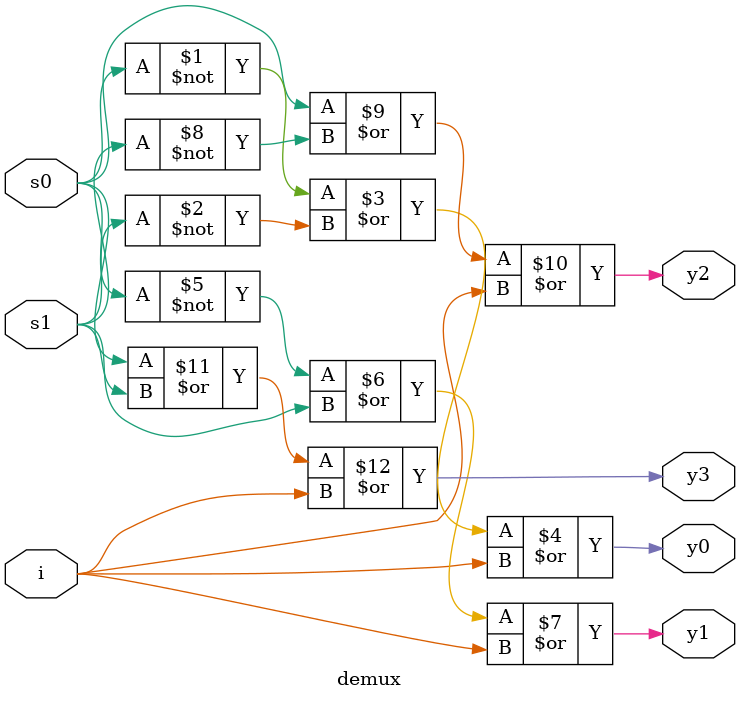
<source format=v>
`timescale 1ns / 1ps
module demux1(input i,s0,s1,
output y0,y1,y2,y3);
demux demux(i, s1, s0, y0,y1,y2,y3);
endmodule

module demux(
  input i,
    input s1, s0,
    output y0,y1,y2,y3
    );
assign y0=(~s0)|(~s1)|i;
assign y1=(~s0)|(s1)|i;
assign y2=(s0)|(~s1)|i;
assign y3=(s0)|(s1)|i;
endmodule

</source>
